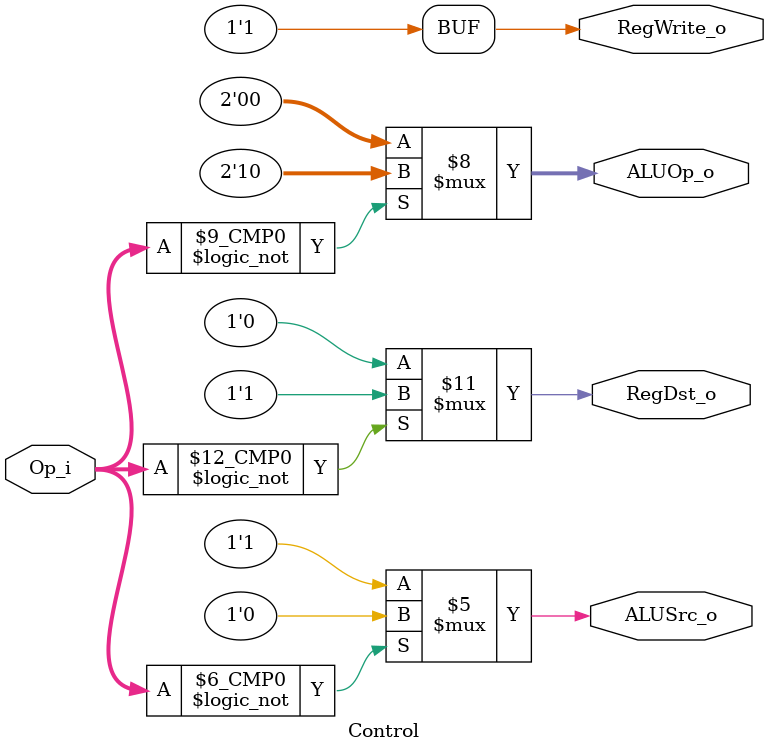
<source format=v>
module Control
(
    Op_i,
    RegDst_o,
    ALUOp_o,
    ALUSrc_o,
    RegWrite_o 
);
	input [5:0] Op_i;
	output reg RegDst_o;
	output reg [1:0]ALUOp_o;
	output reg ALUSrc_o;
	output reg RegWrite_o;
	always @(*) begin
	  case (Op_i)
	    6'b000000: begin
		RegDst_o   = 1'b1;
		ALUOp_o    = 2'b10;
		ALUSrc_o   = 1'b0;
		RegWrite_o = 1'b1; 
	    end
  	    default:  begin
		RegDst_o   = 1'b0;
		ALUOp_o    = 2'b00;
		ALUSrc_o   = 1'b1;
		RegWrite_o = 1'b1;
	     end
	   endcase
	end
endmodule

</source>
